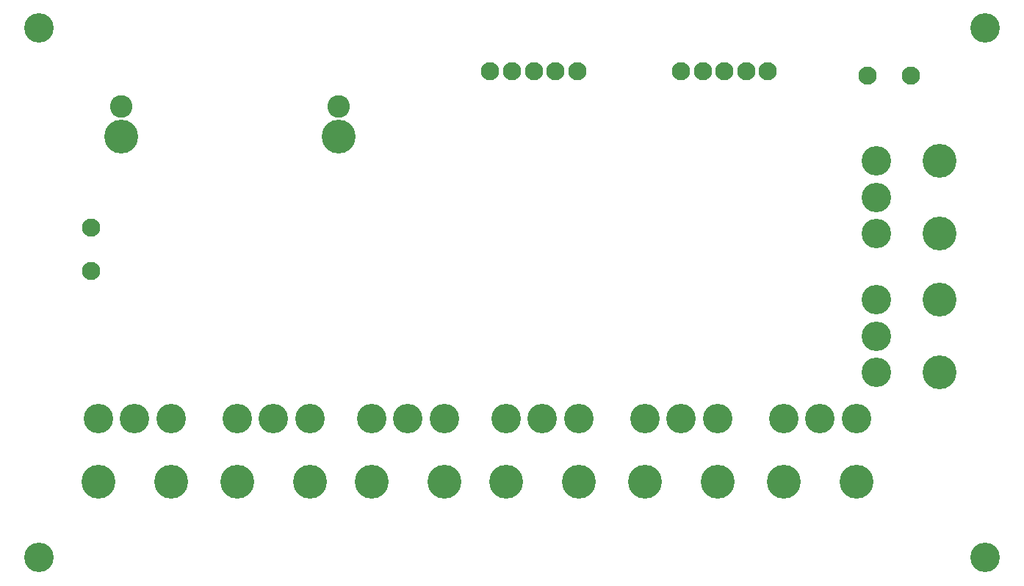
<source format=gts>
G04 #@! TF.FileFunction,Soldermask,Top*
%FSLAX46Y46*%
G04 Gerber Fmt 4.6, Leading zero omitted, Abs format (unit mm)*
G04 Created by KiCad (PCBNEW 4.0.7-e2-6376~58~ubuntu16.04.1) date Mon Apr  9 08:03:59 2018*
%MOMM*%
%LPD*%
G01*
G04 APERTURE LIST*
%ADD10C,0.100000*%
%ADD11C,3.400000*%
%ADD12C,3.900000*%
%ADD13C,2.100000*%
%ADD14C,2.600000*%
G04 APERTURE END LIST*
D10*
D11*
X110500000Y-112500000D03*
X106300000Y-112500000D03*
X114700000Y-112500000D03*
D12*
X106300000Y-119800000D03*
X114700000Y-119800000D03*
D13*
X114500000Y-72500000D03*
X112000000Y-72500000D03*
X109500000Y-72500000D03*
X107000000Y-72500000D03*
X104500000Y-72500000D03*
D11*
X63500000Y-112500000D03*
X59300000Y-112500000D03*
X67700000Y-112500000D03*
D12*
X59300000Y-119800000D03*
X67700000Y-119800000D03*
D11*
X79500000Y-112500000D03*
X75300000Y-112500000D03*
X83700000Y-112500000D03*
D12*
X75300000Y-119800000D03*
X83700000Y-119800000D03*
D11*
X95000000Y-112500000D03*
X90800000Y-112500000D03*
X99200000Y-112500000D03*
D12*
X90800000Y-119800000D03*
X99200000Y-119800000D03*
D11*
X126500000Y-112500000D03*
X122300000Y-112500000D03*
X130700000Y-112500000D03*
D12*
X122300000Y-119800000D03*
X130700000Y-119800000D03*
D11*
X142500000Y-112500000D03*
X138300000Y-112500000D03*
X146700000Y-112500000D03*
D12*
X138300000Y-119800000D03*
X146700000Y-119800000D03*
D11*
X149000000Y-103000000D03*
X149000000Y-107200000D03*
X149000000Y-98800000D03*
D12*
X156300000Y-107200000D03*
X156300000Y-98800000D03*
D11*
X149000000Y-87000000D03*
X149000000Y-91200000D03*
X149000000Y-82800000D03*
D12*
X156300000Y-91200000D03*
X156300000Y-82800000D03*
D13*
X136500000Y-72500000D03*
X134000000Y-72500000D03*
X131500000Y-72500000D03*
X129000000Y-72500000D03*
X126500000Y-72500000D03*
X58500000Y-95500000D03*
X58500000Y-90500000D03*
D14*
X87000000Y-76500000D03*
X62000000Y-76500000D03*
D12*
X62000000Y-80000000D03*
X87000000Y-80000000D03*
D11*
X52500000Y-67500000D03*
X52500000Y-128500000D03*
X161500000Y-128500000D03*
X161500000Y-67500000D03*
D13*
X148000000Y-73000000D03*
X153000000Y-73000000D03*
M02*

</source>
